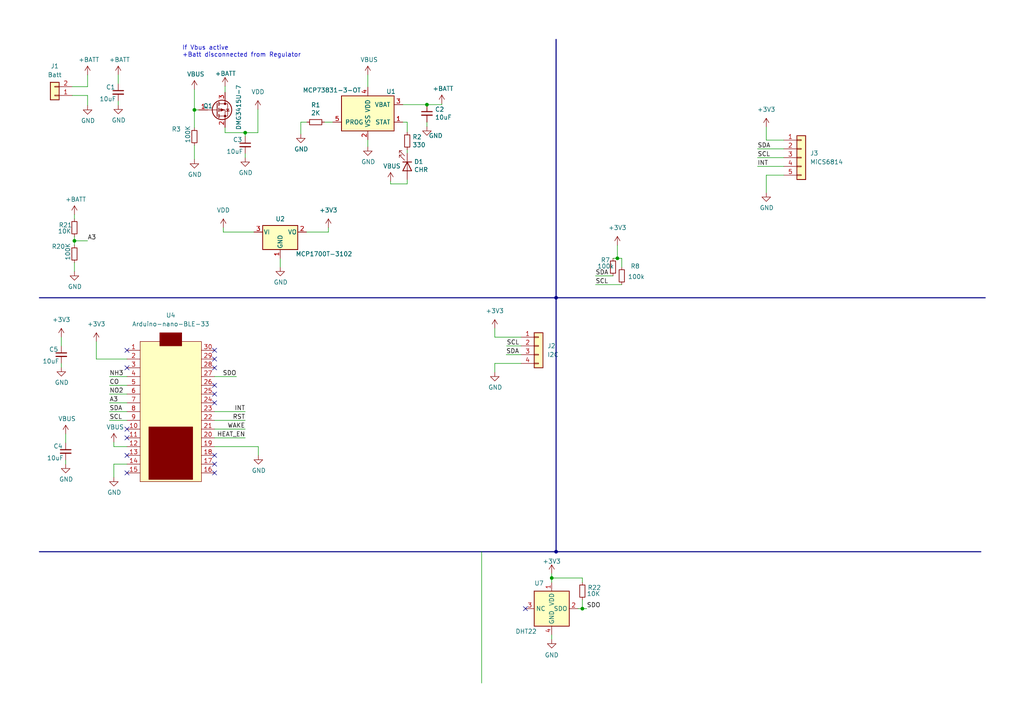
<source format=kicad_sch>
(kicad_sch (version 20231120) (generator "eeschema") (generator_version "8.0")
  (paper "A4")
  (lib_symbols
    (symbol "Bast_WAN-rescue:DMG2301L-Transistor_FET" (pin_names (offset 0) hide)
      (property "Reference" "Q" (at 5.08 1.905 0))
      (property "Value" "DMG2301L-Transistor_FET" (at 5.08 0 0))
      (symbol "DMG2301L-Transistor_FET_0_1"
        (polyline (pts (xy -2.54 0) (xy 0.254 0)))
        (polyline (pts (xy 0.762 -1.778) (xy 2.54 -1.778)))
        (polyline (pts (xy 0.762 -1.27) (xy 0.762 -2.286)) (stroke (width 0.254)))
        (polyline (pts (xy 0.762 0) (xy 2.54 0)))
        (polyline (pts (xy 0.762 0.508) (xy 0.762 -0.508)) (stroke (width 0.254)))
        (polyline (pts (xy 0.762 1.778) (xy 2.54 1.778)))
        (polyline (pts (xy 0.762 2.286) (xy 0.762 1.27)) (stroke (width 0.254)))
        (polyline (pts (xy 2.54 -1.778) (xy 2.54 -2.54)))
        (polyline (pts (xy 2.54 -1.778) (xy 2.54 0)))
        (polyline (pts (xy 2.54 2.54) (xy 2.54 1.778)))
        (polyline (pts (xy 0.254 1.905) (xy 0.254 -1.905) (xy 0.254 -1.905)) (stroke (width 0.254)))
        (polyline (pts (xy 2.286 0) (xy 1.27 -0.381) (xy 1.27 0.381) (xy 2.286 0)) (fill (type outline)))
        (polyline (pts (xy 2.54 -1.778) (xy 3.302 -1.778) (xy 3.302 1.778) (xy 2.54 1.778)))
        (polyline (pts (xy 2.794 -0.508) (xy 2.921 -0.381) (xy 3.683 -0.381) (xy 3.81 -0.254)))
        (polyline (pts (xy 3.302 -0.381) (xy 2.921 0.254) (xy 3.683 0.254) (xy 3.302 -0.381)))
        (circle (center 1.651 0) (radius 2.8194) (stroke (width 0.254)))
        (circle (center 2.54 -1.778) (radius 0.2794) (fill (type outline)))
        (circle (center 2.54 1.778) (radius 0.2794) (fill (type outline)))
      )
      (symbol "DMG2301L-Transistor_FET_1_1"
        (pin input line (at -5.08 0 0) (length 2.54) (name "G") (number "1"))
        (pin passive line (at 2.54 -5.08 90) (length 2.54) (name "S") (number "2"))
        (pin passive line (at 2.54 5.08 270) (length 2.54) (name "D") (number "3"))
      )
    )
    (symbol "Battery_Management:MCP73831-3-OT" (pin_names (offset 1.016))
      (property "Reference" "U" (at -7.62 6.35 0))
      (property "Value" "MCP73831-3-OT" (at 1.27 6.35 0))
      (symbol "MCP73831-3-OT_0_1"
        (rectangle (start -7.62 5.08) (end 7.62 -5.08) (stroke (width 0.254)) (fill (type background)))
      )
      (symbol "MCP73831-3-OT_1_1"
        (pin output line (at 10.16 -2.54 180) (length 2.54) (name "STAT") (number "1"))
        (pin power_in line (at 0 -7.62 90) (length 2.54) (name "VSS") (number "2"))
        (pin power_out line (at 10.16 2.54 180) (length 2.54) (name "VBAT") (number "3"))
        (pin power_in line (at 0 7.62 270) (length 2.54) (name "VDD") (number "4"))
        (pin input line (at -10.16 -2.54 0) (length 2.54) (name "PROG") (number "5"))
      )
    )
    (symbol "Connector_Generic:Conn_01x02" (pin_names (offset 1.016) hide)
      (property "Reference" "J" (at 0 2.54 0))
      (property "Value" "Conn_01x02" (at 0 -5.08 0))
      (symbol "Conn_01x02_1_1"
        (rectangle (start -1.27 -2.413) (end 0 -2.667) (stroke (width 0.1524)))
        (rectangle (start -1.27 0.127) (end 0 -0.127) (stroke (width 0.1524)))
        (rectangle (start -1.27 1.27) (end 1.27 -3.81) (stroke (width 0.254)) (fill (type background)))
        (pin passive line (at -5.08 0 0) (length 3.81) (name "Pin_1") (number "1"))
        (pin passive line (at -5.08 -2.54 0) (length 3.81) (name "Pin_2") (number "2"))
      )
    )
    (symbol "Connector_Generic:Conn_01x04" (pin_names (offset 1.016) hide)
      (property "Reference" "J" (at 0 5.08 0))
      (property "Value" "Conn_01x04" (at 0 -7.62 0))
      (symbol "Conn_01x04_1_1"
        (rectangle (start -1.27 -4.953) (end 0 -5.207) (stroke (width 0.1524)))
        (rectangle (start -1.27 -2.413) (end 0 -2.667) (stroke (width 0.1524)))
        (rectangle (start -1.27 0.127) (end 0 -0.127) (stroke (width 0.1524)))
        (rectangle (start -1.27 2.667) (end 0 2.413) (stroke (width 0.1524)))
        (rectangle (start -1.27 3.81) (end 1.27 -6.35) (stroke (width 0.254)) (fill (type background)))
        (pin passive line (at -5.08 2.54 0) (length 3.81) (name "Pin_1") (number "1"))
        (pin passive line (at -5.08 0 0) (length 3.81) (name "Pin_2") (number "2"))
        (pin passive line (at -5.08 -2.54 0) (length 3.81) (name "Pin_3") (number "3"))
        (pin passive line (at -5.08 -5.08 0) (length 3.81) (name "Pin_4") (number "4"))
      )
    )
    (symbol "Connector_Generic:Conn_01x05" (pin_names (offset 1.016) hide)
      (property "Reference" "J" (at 0 7.62 0))
      (property "Value" "Conn_01x05" (at 0 -7.62 0))
      (symbol "Conn_01x05_1_1"
        (rectangle (start -1.27 -4.953) (end 0 -5.207) (stroke (width 0.1524)))
        (rectangle (start -1.27 -2.413) (end 0 -2.667) (stroke (width 0.1524)))
        (rectangle (start -1.27 0.127) (end 0 -0.127) (stroke (width 0.1524)))
        (rectangle (start -1.27 2.667) (end 0 2.413) (stroke (width 0.1524)))
        (rectangle (start -1.27 5.207) (end 0 4.953) (stroke (width 0.1524)))
        (rectangle (start -1.27 6.35) (end 1.27 -6.35) (stroke (width 0.254)) (fill (type background)))
        (pin passive line (at -5.08 5.08 0) (length 3.81) (name "Pin_1") (number "1"))
        (pin passive line (at -5.08 2.54 0) (length 3.81) (name "Pin_2") (number "2"))
        (pin passive line (at -5.08 0 0) (length 3.81) (name "Pin_3") (number "3"))
        (pin passive line (at -5.08 -2.54 0) (length 3.81) (name "Pin_4") (number "4"))
        (pin passive line (at -5.08 -5.08 0) (length 3.81) (name "Pin_5") (number "5"))
      )
    )
    (symbol "Device:C_Small" (pin_numbers hide) (pin_names (offset 0.254) hide)
      (property "Reference" "C" (at 0.254 1.778 0))
      (property "Value" "C_Small" (at 0.254 -2.032 0))
      (symbol "C_Small_0_1"
        (polyline (pts (xy -1.524 -0.508) (xy 1.524 -0.508)) (stroke (width 0.3302)))
        (polyline (pts (xy -1.524 0.508) (xy 1.524 0.508)) (stroke (width 0.3048)))
      )
      (symbol "C_Small_1_1"
        (pin passive line (at 0 2.54 270) (length 2.032) (name "~") (number "1"))
        (pin passive line (at 0 -2.54 90) (length 2.032) (name "~") (number "2"))
      )
    )
    (symbol "Device:LED" (pin_numbers hide) (pin_names (offset 1.016) hide)
      (property "Reference" "D" (at 0 2.54 0))
      (property "Value" "LED" (at 0 -2.54 0))
      (symbol "LED_0_1"
        (polyline (pts (xy -1.27 -1.27) (xy -1.27 1.27)) (stroke (width 0.254)))
        (polyline (pts (xy -1.27 0) (xy 1.27 0)))
        (polyline (pts (xy 1.27 -1.27) (xy 1.27 1.27) (xy -1.27 0) (xy 1.27 -1.27)) (stroke (width 0.254)))
        (polyline (pts (xy -3.048 -0.762) (xy -4.572 -2.286) (xy -3.81 -2.286) (xy -4.572 -2.286) (xy -4.572 -1.524)))
        (polyline (pts (xy -1.778 -0.762) (xy -3.302 -2.286) (xy -2.54 -2.286) (xy -3.302 -2.286) (xy -3.302 -1.524)))
      )
      (symbol "LED_1_1"
        (pin passive line (at -3.81 0 0) (length 2.54) (name "K") (number "1"))
        (pin passive line (at 3.81 0 180) (length 2.54) (name "A") (number "2"))
      )
    )
    (symbol "Device:R_Small" (pin_numbers hide) (pin_names (offset 0.254) hide)
      (property "Reference" "R" (at 0.762 0.508 0))
      (property "Value" "R_Small" (at 0.762 -1.016 0))
      (symbol "R_Small_0_1"
        (rectangle (start -0.762 1.778) (end 0.762 -1.778) (stroke (width 0.2032)))
      )
      (symbol "R_Small_1_1"
        (pin passive line (at 0 2.54 270) (length 0.762) (name "~") (number "1"))
        (pin passive line (at 0 -2.54 90) (length 0.762) (name "~") (number "2"))
      )
    )
    (symbol "Regulator_Linear:MCP1700-3302E_SOT23" (pin_names (offset 0.254))
      (property "Reference" "U" (at -3.81 3.175 0))
      (property "Value" "MCP1700-3302E_SOT23" (at 0 3.175 0))
      (symbol "MCP1700-3302E_SOT23_0_1"
        (rectangle (start -5.08 1.905) (end 5.08 -5.08) (stroke (width 0.254)) (fill (type background)))
      )
      (symbol "MCP1700-3302E_SOT23_1_1"
        (pin power_in line (at 0 -7.62 90) (length 2.54) (name "GND") (number "1"))
        (pin power_out line (at 7.62 0 180) (length 2.54) (name "VO") (number "2"))
        (pin power_in line (at -7.62 0 0) (length 2.54) (name "VI") (number "3"))
      )
    )
    (symbol "Sensor:AM2302"
      (property "Reference" "U7" (at -6.35 1.2701 0))
      (property "Value" "DHT22" (at -6.35 -1.2699 0))
      (symbol "AM2302_0_1"
        (rectangle (start -5.08 5.08) (end 5.08 -5.08) (stroke (width 0.254)) (fill (type background)))
      )
      (symbol "AM2302_1_1"
        (pin power_in line (at 0 7.62 270) (length 2.54) (name "VDD") (number "1"))
        (pin bidirectional line (at 7.62 0 180) (length 2.54) (name "SDO") (number "2"))
        (pin power_in line (at -7.62 0 0) (length 2.54) (name "NC") (number "3"))
        (pin passive line (at 0 -7.62 90) (length 2.54) (name "GND") (number "4"))
      )
    )
    (symbol "hack-it-back:Arduino-nano-BLE-33" (pin_names (offset 1.016) hide)
      (property "Reference" "U" (at 0 24.765 0))
      (property "Value" "Arduino-nano-BLE-33" (at 1.27 -22.86 0))
      (symbol "Arduino-nano-BLE-33_0_1"
        (rectangle (start -8.89 -20.32) (end 8.89 20.32) (fill (type background)))
        (rectangle (start -3.175 22.86) (end 3.175 19.05) (fill (type outline)))
        (rectangle (start 6.35 -19.685) (end -6.35 -4.445) (fill (type outline)))
      )
      (symbol "Arduino-nano-BLE-33_1_1"
        (pin passive line (at -12.7 17.78 0) (length 3.81) (name "1") (number "1"))
        (pin passive line (at -12.7 -5.08 0) (length 3.81) (name "10") (number "10"))
        (pin passive line (at -12.7 -7.62 0) (length 3.81) (name "11") (number "11"))
        (pin passive line (at -12.7 -10.16 0) (length 3.81) (name "12") (number "12"))
        (pin passive line (at -12.7 -12.7 0) (length 3.81) (name "13") (number "13"))
        (pin passive line (at -12.7 -15.24 0) (length 3.81) (name "14") (number "14"))
        (pin passive line (at -12.7 -17.78 0) (length 3.81) (name "15") (number "15"))
        (pin passive line (at 12.7 -17.78 180) (length 3.81) (name "16") (number "16"))
        (pin passive line (at 12.7 -15.24 180) (length 3.81) (name "17") (number "17"))
        (pin passive line (at 12.7 -12.7 180) (length 3.81) (name "18") (number "18"))
        (pin passive line (at 12.7 -10.16 180) (length 3.81) (name "19") (number "19"))
        (pin passive line (at -12.7 15.24 0) (length 3.81) (name "2") (number "2"))
        (pin passive line (at 12.7 -7.62 180) (length 3.81) (name "20") (number "20"))
        (pin passive line (at 12.7 -5.08 180) (length 3.81) (name "21") (number "21"))
        (pin passive line (at 12.7 -2.54 180) (length 3.81) (name "22") (number "22"))
        (pin passive line (at 12.7 0 180) (length 3.81) (name "23") (number "23"))
        (pin passive line (at 12.7 2.54 180) (length 3.81) (name "24") (number "24"))
        (pin passive line (at 12.7 5.08 180) (length 3.81) (name "25") (number "25"))
        (pin passive line (at 12.7 7.62 180) (length 3.81) (name "26") (number "26"))
        (pin passive line (at 12.7 10.16 180) (length 3.81) (name "27") (number "27"))
        (pin passive line (at 12.7 12.7 180) (length 3.81) (name "28") (number "28"))
        (pin passive line (at 12.7 15.24 180) (length 3.81) (name "29") (number "29"))
        (pin passive line (at -12.7 12.7 0) (length 3.81) (name "3") (number "3"))
        (pin passive line (at 12.7 17.78 180) (length 3.81) (name "30") (number "30"))
        (pin passive line (at -12.7 10.16 0) (length 3.81) (name "4") (number "4"))
        (pin passive line (at -12.7 7.62 0) (length 3.81) (name "5") (number "5"))
        (pin passive line (at -12.7 5.08 0) (length 3.81) (name "6") (number "6"))
        (pin passive line (at -12.7 2.54 0) (length 3.81) (name "7") (number "7"))
        (pin passive line (at -12.7 0 0) (length 3.81) (name "8") (number "8"))
        (pin passive line (at -12.7 -2.54 0) (length 3.81) (name "9") (number "9"))
      )
    )
    (symbol "power:+3.3V" (power) (pin_names (offset 0))
      (property "Value" "+3.3V" (at 0 3.556 0))
      (symbol "+3.3V_0_1"
        (polyline (pts (xy -0.762 1.27) (xy 0 2.54)))
        (polyline (pts (xy 0 0) (xy 0 2.54)))
        (polyline (pts (xy 0 2.54) (xy 0.762 1.27)))
      )
      (symbol "+3.3V_1_1"
        (pin power_in line (at 0 0 90) (length 0) hide (name "+3V3") (number "1"))
      )
    )
    (symbol "power:+3V3" (power) (pin_names (offset 0))
      (property "Value" "+3V3" (at 0 3.556 0))
      (symbol "+3V3_0_1"
        (polyline (pts (xy -0.762 1.27) (xy 0 2.54)))
        (polyline (pts (xy 0 0) (xy 0 2.54)))
        (polyline (pts (xy 0 2.54) (xy 0.762 1.27)))
      )
      (symbol "+3V3_1_1"
        (pin power_in line (at 0 0 90) (length 0) hide (name "+3V3") (number "1"))
      )
    )
    (symbol "power:+BATT" (power) (pin_names (offset 0))
      (property "Value" "+BATT" (at 0 3.556 0))
      (symbol "+BATT_0_1"
        (polyline (pts (xy -0.762 1.27) (xy 0 2.54)))
        (polyline (pts (xy 0 0) (xy 0 2.54)))
        (polyline (pts (xy 0 2.54) (xy 0.762 1.27)))
      )
      (symbol "+BATT_1_1"
        (pin power_in line (at 0 0 90) (length 0) hide (name "+BATT") (number "1"))
      )
    )
    (symbol "power:GND" (power) (pin_names (offset 0))
      (property "Value" "GND" (at 0 -3.81 0))
      (symbol "GND_0_1"
        (polyline (pts (xy 0 0) (xy 0 -1.27) (xy 1.27 -1.27) (xy 0 -2.54) (xy -1.27 -1.27) (xy 0 -1.27)))
      )
      (symbol "GND_1_1"
        (pin power_in line (at 0 0 270) (length 0) hide (name "GND") (number "1"))
      )
    )
    (symbol "power:VBUS" (power) (pin_names (offset 0))
      (property "Value" "VBUS" (at 0 3.81 0))
      (symbol "VBUS_0_1"
        (polyline (pts (xy -0.762 1.27) (xy 0 2.54)))
        (polyline (pts (xy 0 0) (xy 0 2.54)))
        (polyline (pts (xy 0 2.54) (xy 0.762 1.27)))
      )
      (symbol "VBUS_1_1"
        (pin power_in line (at 0 0 90) (length 0) hide (name "VBUS") (number "1"))
      )
    )
    (symbol "power:VDD" (power) (pin_names (offset 0))
      (property "Value" "VDD" (at 0 3.81 0))
      (symbol "VDD_0_1"
        (polyline (pts (xy -0.762 1.27) (xy 0 2.54)))
        (polyline (pts (xy 0 0) (xy 0 2.54)))
        (polyline (pts (xy 0 2.54) (xy 0.762 1.27)))
      )
      (symbol "VDD_1_1"
        (pin power_in line (at 0 0 90) (length 0) hide (name "VDD") (number "1"))
      )
    )
  )
  (junction (at 168.91 176.53))
  (junction (at 161.29 160.02))
  (junction (at 160.02 167.64))
  (junction (at 56.388 31.877))
  (junction (at 71.12 38.481))
  (junction (at 179.07 74.93))
  (junction (at 21.59 69.85))
  (junction (at 123.825 30.353))
  (junction (at 161.29 86.36))
  (no_connect (at 36.83 127))
  (no_connect (at 62.23 104.14))
  (no_connect (at 62.23 114.3))
  (no_connect (at 36.83 124.46))
  (no_connect (at 62.23 137.16))
  (no_connect (at 62.23 132.08))
  (no_connect (at 36.83 101.6))
  (no_connect (at 36.83 137.16))
  (no_connect (at 62.23 106.68))
  (no_connect (at 36.83 132.08))
  (no_connect (at 36.83 106.68))
  (no_connect (at 62.23 101.6))
  (no_connect (at 152.4 176.53))
  (no_connect (at 62.23 134.62))
  (no_connect (at 62.23 111.76))
  (no_connect (at 62.23 116.84))
  (wire (pts (xy 95.25 67.31) (xy 88.9 67.31)))
  (wire (pts (xy 118.11 35.433) (xy 118.11 38.354)))
  (wire (pts (xy 170.18 176.53) (xy 168.91 176.53)))
  (wire (pts (xy 160.02 167.64) (xy 168.91 167.64)))
  (wire (pts (xy 96.52 35.433) (xy 94.107 35.433)))
  (wire (pts (xy 180.34 77.47) (xy 180.34 74.93)))
  (wire (pts (xy 19.05 133.477) (xy 19.05 134.62)))
  (wire (pts (xy 116.84 30.353) (xy 123.825 30.353)))
  (wire (pts (xy 65.278 38.481) (xy 65.278 36.957)))
  (wire (pts (xy 21.59 69.85) (xy 21.59 71.12)))
  (wire (pts (xy 143.51 105.41) (xy 151.13 105.41)))
  (wire (pts (xy 33.02 134.62) (xy 33.02 138.43)))
  (wire (pts (xy 36.83 134.62) (xy 33.02 134.62)))
  (wire (pts (xy 89.027 35.433) (xy 87.249 35.433)))
  (wire (pts (xy 56.388 31.877) (xy 56.388 25.908)))
  (wire (pts (xy 143.51 97.79) (xy 151.13 97.79)))
  (wire (pts (xy 146.939 100.33) (xy 151.13 100.33)))
  (wire (pts (xy 81.28 74.93) (xy 81.28 77.47)))
  (wire (pts (xy 56.388 42.164) (xy 56.388 46.228)))
  (wire (pts (xy 71.12 121.92) (xy 62.23 121.92)))
  (wire (pts (xy 33.02 129.54) (xy 36.83 129.54)))
  (wire (pts (xy 219.71 48.26) (xy 227.33 48.26)))
  (wire (pts (xy 118.11 53.34) (xy 113.284 53.34)))
  (wire (pts (xy 71.12 119.38) (xy 62.23 119.38)))
  (wire (pts (xy 71.12 44.577) (xy 71.12 45.72)))
  (wire (pts (xy 118.11 44.45) (xy 118.11 43.434)))
  (wire (pts (xy 27.94 99.06) (xy 27.94 104.14)))
  (wire (pts (xy 168.91 176.53) (xy 167.64 176.53)))
  (wire (pts (xy 118.11 52.07) (xy 118.11 53.34)))
  (bus (pts (xy 161.29 160.02) (xy 284.48 160.02)))
  (wire (pts (xy 65.278 26.797) (xy 65.278 25.019)))
  (wire (pts (xy 64.77 67.31) (xy 73.66 67.31)))
  (wire (pts (xy 62.23 129.54) (xy 74.93 129.54)))
  (wire (pts (xy 21.59 62.23) (xy 21.59 63.5)))
  (wire (pts (xy 123.825 30.353) (xy 128.143 30.353)))
  (wire (pts (xy 222.25 40.64) (xy 222.25 36.83)))
  (wire (pts (xy 106.68 40.513) (xy 106.68 42.545)))
  (wire (pts (xy 21.59 68.58) (xy 21.59 69.85)))
  (wire (pts (xy 71.12 124.46) (xy 62.23 124.46)))
  (wire (pts (xy 179.07 74.93) (xy 177.8 74.93)))
  (wire (pts (xy 31.75 111.76) (xy 36.83 111.76)))
  (wire (pts (xy 31.75 109.22) (xy 36.83 109.22)))
  (wire (pts (xy 160.02 167.64) (xy 160.02 168.91)))
  (wire (pts (xy 123.825 35.433) (xy 123.825 36.703)))
  (wire (pts (xy 74.803 31.7246) (xy 74.803 38.481)))
  (bus (pts (xy 161.29 11.43) (xy 161.29 86.36)))
  (bus (pts (xy 161.29 86.36) (xy 285.75 86.36)))
  (wire (pts (xy 172.72 80.01) (xy 177.8 80.01)))
  (wire (pts (xy 143.51 95.25) (xy 143.51 97.79)))
  (wire (pts (xy 74.93 129.54) (xy 74.93 132.08)))
  (wire (pts (xy 34.29 21.717) (xy 34.29 24.257)))
  (wire (pts (xy 139.7 160.02) (xy 139.7 198.12)))
  (wire (pts (xy 56.388 31.877) (xy 56.388 37.084)))
  (wire (pts (xy 222.25 50.8) (xy 227.33 50.8)))
  (wire (pts (xy 160.02 166.37) (xy 160.02 167.64)))
  (wire (pts (xy 227.33 40.64) (xy 222.25 40.64)))
  (wire (pts (xy 219.71 43.18) (xy 227.33 43.18)))
  (wire (pts (xy 71.12 39.497) (xy 71.12 38.481)))
  (bus (pts (xy 11.43 160.02) (xy 161.29 160.02)))
  (wire (pts (xy 95.25 66.04) (xy 95.25 67.31)))
  (wire (pts (xy 27.94 104.14) (xy 36.83 104.14)))
  (wire (pts (xy 31.75 121.92) (xy 36.83 121.92)))
  (wire (pts (xy 25.4 27.686) (xy 20.955 27.686)))
  (wire (pts (xy 71.12 127) (xy 62.23 127)))
  (wire (pts (xy 31.75 119.38) (xy 36.83 119.38)))
  (wire (pts (xy 71.12 38.481) (xy 65.278 38.481)))
  (bus (pts (xy 161.29 160.02) (xy 161.29 86.36)))
  (wire (pts (xy 34.29 29.337) (xy 34.29 30.48)))
  (wire (pts (xy 172.72 82.55) (xy 180.34 82.55)))
  (wire (pts (xy 87.249 35.433) (xy 87.249 38.862)))
  (wire (pts (xy 17.78 105.41) (xy 17.78 106.553)))
  (wire (pts (xy 21.59 76.2) (xy 21.59 78.74)))
  (wire (pts (xy 19.05 125.857) (xy 19.05 128.397)))
  (wire (pts (xy 25.4 25.146) (xy 25.4 21.717)))
  (wire (pts (xy 71.12 38.481) (xy 74.803 38.481)))
  (wire (pts (xy 57.658 31.877) (xy 56.388 31.877)))
  (wire (pts (xy 31.75 114.3) (xy 36.83 114.3)))
  (wire (pts (xy 64.77 66.04) (xy 64.77 67.31)))
  (wire (pts (xy 219.71 45.72) (xy 227.33 45.72)))
  (wire (pts (xy 17.78 97.79) (xy 17.78 100.33)))
  (bus (pts (xy 11.43 86.36) (xy 161.29 86.36)))
  (wire (pts (xy 146.812 102.87) (xy 151.13 102.87)))
  (wire (pts (xy 68.58 109.22) (xy 62.23 109.22)))
  (wire (pts (xy 180.34 74.93) (xy 179.07 74.93)))
  (wire (pts (xy 25.4 30.607) (xy 25.4 27.686)))
  (wire (pts (xy 128.143 30.353) (xy 128.143 30.099)))
  (wire (pts (xy 116.84 35.433) (xy 118.11 35.433)))
  (wire (pts (xy 143.51 107.95) (xy 143.51 105.41)))
  (wire (pts (xy 168.91 173.99) (xy 168.91 176.53)))
  (wire (pts (xy 33.02 128.27) (xy 33.02 129.54)))
  (wire (pts (xy 168.91 168.91) (xy 168.91 167.64)))
  (wire (pts (xy 31.75 116.84) (xy 36.83 116.84)))
  (wire (pts (xy 160.02 185.42) (xy 160.02 184.15)))
  (wire (pts (xy 222.25 55.88) (xy 222.25 50.8)))
  (wire (pts (xy 113.284 53.34) (xy 113.284 52.578)))
  (wire (pts (xy 179.07 71.12) (xy 179.07 74.93)))
  (wire (pts (xy 106.68 25.273) (xy 106.68 21.717)))
  (wire (pts (xy 21.59 69.85) (xy 25.4 69.85)))
  (wire (pts (xy 20.955 25.146) (xy 25.4 25.146)))
  (text "If Vbus active\n+Batt disconnected from Regulator" (at 52.832 16.764 0) (effects (font (size 1.27 1.27)) (justify left bottom)))
  (label "NO2" (at 31.75 114.3 0))
  (label "INT" (at 219.71 48.26 0))
  (label "SDA" (at 172.72 80.01 0))
  (label "HEAT_EN" (at 71.12 127 180))
  (label "A3" (at 31.75 116.84 0))
  (label "SCL" (at 172.72 82.55 0))
  (label "SDA" (at 31.75 119.38 0))
  (label "SCL" (at 31.75 121.92 0))
  (label "WAKE" (at 71.12 124.46 180))
  (label "A3" (at 25.4 69.85 0))
  (label "RST" (at 71.12 121.92 180))
  (label "SCL" (at 219.71 45.72 0))
  (label "SDA" (at 146.812 102.87 0))
  (label "SDO" (at 170.18 176.53 0))
  (label "NH3" (at 31.75 109.22 0))
  (label "SDO" (at 68.58 109.22 180))
  (label "CO" (at 31.75 111.76 0))
  (label "SDA" (at 219.71 43.18 0))
  (label "SCL" (at 146.939 100.33 0))
  (label "INT" (at 71.12 119.38 180))
  (symbol (lib_id "power:GND") (at 81.28 77.47 0) (unit 1)
    (property "Reference" "#PWR017" (effects (hide yes)))
    (property "Value" "GND" (at 81.407 81.8642 0))
  )
  (symbol (lib_id "Device:C_Small") (at 19.05 130.937 0) (unit 1)
    (property "Reference" "C4" (at 15.494 129.413 0) (effects (justify left)))
    (property "Value" "10uF" (at 13.589 132.842 0) (effects (justify left)))
    (property "Footprint" "Capacitor_SMD:C_0805_2012Metric" (effects (hide yes)))
    (property "manf#" "KGM21AR71A106KU " (effects (hide yes)))
    (property "proveedor" "Mouser" (effects (hide yes)))
  )
  (symbol (lib_id "power:GND") (at 222.25 55.88 0) (unit 1)
    (property "Reference" "#PWR035" (effects (hide yes)))
    (property "Value" "GND" (at 222.377 60.2742 0))
  )
  (symbol (lib_id "Device:R_Small") (at 180.34 80.01 0) (unit 1)
    (property "Reference" "R8" (at 182.88 77.216 0) (effects (justify left)))
    (property "Value" "100k" (at 182.118 80.264 0) (effects (justify left)))
    (property "Footprint" "Resistor_SMD:R_0805_2012Metric" (effects (hide yes)))
    (property "Description" "Resistor, small symbol" (effects (hide yes)))
    (property "manf#" "CRCW0805100KJNECC" (effects (hide yes)))
    (property "proveedor" "Mouser" (effects (hide yes)))
  )
  (symbol (lib_id "power:GND") (at 71.12 45.72 0) (unit 1)
    (property "Reference" "#PWR014" (effects (hide yes)))
    (property "Value" "GND" (at 71.247 50.1142 0))
  )
  (symbol (lib_id "power:GND") (at 33.02 138.43 0) (unit 1)
    (property "Reference" "#PWR026" (effects (hide yes)))
    (property "Value" "GND" (at 33.147 142.8242 0))
  )
  (symbol (lib_id "power:+BATT") (at 34.29 21.717 0) (unit 1)
    (property "Reference" "#PWR04" (effects (hide yes)))
    (property "Value" "+BATT" (at 34.671 17.3228 0))
  )
  (symbol (lib_id "power:+3.3V") (at 17.78 97.79 0) (unit 1)
    (property "Reference" "#PWR023" (effects (hide yes)))
    (property "Value" "+3V3" (at 17.78 92.71 0))
  )
  (symbol (lib_id "power:+3.3V") (at 179.07 71.12 0) (unit 1)
    (property "Reference" "#PWR025" (effects (hide yes)))
    (property "Value" "+3V3" (at 179.07 66.04 0))
  )
  (symbol (lib_id "Regulator_Linear:MCP1700-3302E_SOT23") (at 81.28 67.31 0) (unit 1)
    (property "Reference" "U2" (at 81.28 63.5 0))
    (property "Value" "MCP1700T-3102" (at 93.98 73.66 0))
    (property "Footprint" "Package_TO_SOT_SMD:SOT-23" (effects (hide yes)))
    (property "Datasheet" "http://ww1.microchip.com/downloads/en/DeviceDoc/20001826D.pdf" (effects (hide yes)))
    (property "manf#" "MCP1700T-3102E/TT" (effects (hide yes)))
    (property "proveedor" "Mouser" (effects (hide yes)))
  )
  (symbol (lib_id "power:+3V3") (at 160.02 166.37 0) (mirror y) (unit 1)
    (property "Reference" "#PWR058" (effects (hide yes)))
    (property "Value" "+3V3" (at 160.02 162.814 0))
  )
  (symbol (lib_id "Device:R_Small") (at 21.59 66.04 0) (unit 1)
    (property "Reference" "R21" (at 17.018 65.278 0) (effects (justify left)))
    (property "Value" "10K" (at 16.764 67.056 0) (effects (justify left)))
    (property "Footprint" "Resistor_SMD:R_0805_2012Metric" (effects (hide yes)))
    (property "Description" "Resistor, small symbol" (effects (hide yes)))
    (property "manf#" "RK73B2ATTE103J" (effects (hide yes)))
    (property "proveedor" "Mouser" (effects (hide yes)))
  )
  (symbol (lib_id "power:+BATT") (at 21.59 62.23 0) (unit 1)
    (property "Reference" "#PWR050" (effects (hide yes)))
    (property "Value" "+BATT" (at 21.971 57.8358 0))
  )
  (symbol (lib_id "power:+3.3V") (at 222.25 36.83 0) (unit 1)
    (property "Reference" "#PWR034" (effects (hide yes)))
    (property "Value" "+3V3" (at 222.25 31.75 0))
  )
  (symbol (lib_id "power:+BATT") (at 25.4 21.717 0) (unit 1)
    (property "Reference" "#PWR02" (effects (hide yes)))
    (property "Value" "+BATT" (at 25.781 17.3228 0))
  )
  (symbol (lib_id "power:GND") (at 87.249 38.862 0) (unit 1)
    (property "Reference" "#PWR01" (effects (hide yes)))
    (property "Value" "GND" (at 87.376 43.2562 0))
  )
  (symbol (lib_id "power:GND") (at 34.29 30.48 0) (unit 1)
    (property "Reference" "#PWR05" (effects (hide yes)))
    (property "Value" "GND" (at 34.417 34.8742 0))
  )
  (symbol (lib_id "Device:C_Small") (at 17.78 102.87 0) (unit 1)
    (property "Reference" "C5" (at 14.224 101.346 0) (effects (justify left)))
    (property "Value" "10uF" (at 12.319 104.775 0) (effects (justify left)))
    (property "Footprint" "Capacitor_SMD:C_0805_2012Metric" (effects (hide yes)))
    (property "manf#" "KGM21AR71A106KU " (effects (hide yes)))
    (property "proveedor" "Mouser" (effects (hide yes)))
  )
  (symbol (lib_id "power:VBUS") (at 56.388 25.908 0) (unit 1)
    (property "Reference" "#PWR09" (effects (hide yes)))
    (property "Value" "VBUS" (at 56.769 21.5138 0))
  )
  (symbol (lib_id "power:+3.3V") (at 27.94 99.06 0) (unit 1)
    (property "Reference" "#PWR028" (effects (hide yes)))
    (property "Value" "+3V3" (at 27.94 93.98 0))
  )
  (symbol (lib_id "power:GND") (at 17.78 106.553 0) (unit 1)
    (property "Reference" "#PWR024" (effects (hide yes)))
    (property "Value" "GND" (at 17.907 110.9472 0))
  )
  (symbol (lib_id "Device:R_Small") (at 168.91 171.45 0) (unit 1)
    (property "Reference" "R22" (at 170.434 170.434 0) (effects (justify left)))
    (property "Value" "10K" (at 170.18 172.212 0) (effects (justify left)))
    (property "Footprint" "Resistor_SMD:R_0805_2012Metric" (effects (hide yes)))
    (property "Description" "Resistor, small symbol" (effects (hide yes)))
    (property "manf#" "RK73B2ATTE103J" (effects (hide yes)))
    (property "proveedor" "Mouser" (effects (hide yes)))
  )
  (symbol (lib_id "Device:R_Small") (at 118.11 40.894 0) (unit 1)
    (property "Reference" "R2" (at 119.6086 39.7256 0) (effects (justify left)))
    (property "Value" "330" (at 119.6086 42.037 0) (effects (justify left)))
    (property "Footprint" "Resistor_SMD:R_0805_2012Metric" (effects (hide yes)))
    (property "manf#" "MR08X3300FTL" (effects (hide yes)))
    (property "proveedor" "Mouser" (effects (hide yes)))
  )
  (symbol (lib_id "Sensor:AM2302") (at 160.02 176.53 0) (unit 1)
    (property "Reference" "U7" (at 157.734 169.164 0) (effects (justify right)))
    (property "Value" "DHT22" (at 155.702 183.134 0) (effects (justify right)))
    (property "Footprint" "Sensor:ASAIR_AM2302_P2.54mm_Vertical" (effects (hide yes)))
    (property "Datasheet" "http://akizukidenshi.com/download/ds/aosong/AM2302.pdf" (effects (hide yes)))
    (property "Description" "3.3 to 5.0V, Temperature and humidity module,  DHT22, AM2302" (effects (hide yes)))
    (property "manf#" "SEN-10167" (effects (hide yes)))
    (property "proveedor" "Mouser" (effects (hide yes)))
  )
  (symbol (lib_id "power:GND") (at 106.68 42.545 0) (unit 1)
    (property "Reference" "#PWR07" (effects (hide yes)))
    (property "Value" "GND" (at 106.807 46.9392 0))
  )
  (symbol (lib_id "power:VDD") (at 74.803 31.7246 0) (unit 1)
    (property "Reference" "#PWR015" (effects (hide yes)))
    (property "Value" "VDD" (at 74.803 26.6446 0))
  )
  (symbol (lib_id "power:+3.3V") (at 143.51 95.25 0) (unit 1)
    (property "Reference" "#PWR018" (effects (hide yes)))
    (property "Value" "+3V3" (at 143.51 90.17 0))
  )
  (symbol (lib_id "Bast_WAN-rescue:DMG2301L-Transistor_FET") (at 62.738 31.877 0) (unit 1)
    (property "Reference" "Q1" (at 58.928 30.734 0) (effects (justify left)))
    (property "Value" "DMG3415U-7" (at 69.215 37.719 90) (effects (justify left)))
    (property "Footprint" "Package_TO_SOT_SMD:SOT-23" (effects (hide yes)))
    (property "Datasheet" "https://www.diodes.com/assets/Datasheets/DMG2301L.pdf" (effects (hide yes)))
    (property "manf#" "DMG3415UQ-7" (effects (hide yes)))
    (property "proveedor" "Mouser" (effects (hide yes)))
  )
  (symbol (lib_id "Connector_Generic:Conn_01x02") (at 15.875 27.686 180) (unit 1)
    (property "Reference" "J1" (at 15.875 19.177 0))
    (property "Value" "Batt" (at 15.875 21.717 0))
    (property "Footprint" "sense_board:JST_S2B-PH-SM4-TB(LF)(SN)" (effects (hide yes)))
  )
  (symbol (lib_id "power:VBUS") (at 106.68 21.717 0) (unit 1)
    (property "Reference" "#PWR06" (effects (hide yes)))
    (property "Value" "VBUS" (at 107.061 17.3228 0))
  )
  (symbol (lib_id "power:GND") (at 160.02 185.42 0) (mirror y) (unit 1)
    (property "Reference" "#PWR057" (effects (hide yes)))
    (property "Value" "GND" (at 160.02 189.992 0))
  )
  (symbol (lib_id "power:VBUS") (at 19.05 125.857 0) (unit 1)
    (property "Reference" "#PWR021" (effects (hide yes)))
    (property "Value" "VBUS" (at 19.431 121.4628 0))
  )
  (symbol (lib_id "Device:R_Small") (at 177.8 77.47 0) (unit 1)
    (property "Reference" "R7" (at 174.244 75.438 0) (effects (justify left)))
    (property "Value" "100k" (at 173.228 77.216 0) (effects (justify left)))
    (property "Footprint" "Resistor_SMD:R_0805_2012Metric" (effects (hide yes)))
    (property "Description" "Resistor, small symbol" (effects (hide yes)))
    (property "manf#" "CRCW0805100KJNECC" (effects (hide yes)))
    (property "proveedor" "Mouser" (effects (hide yes)))
  )
  (symbol (lib_id "power:VBUS") (at 33.02 128.27 0) (unit 1)
    (property "Reference" "#PWR027" (effects (hide yes)))
    (property "Value" "VBUS" (at 33.401 123.8758 0))
  )
  (symbol (lib_id "Connector_Generic:Conn_01x05") (at 232.41 45.72 0) (unit 1)
    (property "Reference" "J3" (at 234.95 44.4499 0) (effects (justify left)))
    (property "Value" "MiCS6814" (at 234.95 46.9899 0) (effects (justify left)))
    (property "Footprint" "Connector_PinHeader_2.54mm:PinHeader_1x05_P2.54mm_Vertical" (effects (hide yes)))
    (property "Description" "Generic connector, single row, 01x05, script generated (kicad-library-utils/schlib/autogen/connector/)" (effects (hide yes)))
  )
  (symbol (lib_id "power:VDD") (at 64.77 66.04 0) (unit 1)
    (property "Reference" "#PWR016" (effects (hide yes)))
    (property "Value" "VDD" (at 64.77 60.96 0))
  )
  (symbol (lib_id "power:GND") (at 19.05 134.62 0) (unit 1)
    (property "Reference" "#PWR022" (effects (hide yes)))
    (property "Value" "GND" (at 19.177 139.0142 0))
  )
  (symbol (lib_id "Device:C_Small") (at 123.825 32.893 0) (unit 1)
    (property "Reference" "C2" (at 126.1618 31.7246 0) (effects (justify left)))
    (property "Value" "10uF" (at 126.1618 34.036 0) (effects (justify left)))
    (property "Footprint" "Capacitor_SMD:C_0805_2012Metric" (effects (hide yes)))
    (property "manf#" "KGM21AR71A106KU " (effects (hide yes)))
    (property "proveedor" "Mouser" (effects (hide yes)))
  )
  (symbol (lib_id "Device:R_Small") (at 56.388 39.624 0) (unit 1)
    (property "Reference" "R3" (at 49.784 37.465 0) (effects (justify left)))
    (property "Value" "100K" (at 54.483 41.529 90) (effects (justify left)))
    (property "Footprint" "Resistor_SMD:R_0805_2012Metric" (effects (hide yes)))
    (property "manf#" "CRCW0805100KJNECC" (effects (hide yes)))
    (property "proveedor" "Mouser" (effects (hide yes)))
  )
  (symbol (lib_id "power:GND") (at 25.4 30.607 0) (unit 1)
    (property "Reference" "#PWR03" (effects (hide yes)))
    (property "Value" "GND" (at 25.527 35.0012 0))
  )
  (symbol (lib_id "Device:R_Small") (at 21.59 73.66 0) (unit 1)
    (property "Reference" "R20" (at 14.986 71.501 0) (effects (justify left)))
    (property "Value" "100K" (at 19.685 75.565 90) (effects (justify left)))
    (property "Footprint" "Resistor_SMD:R_0805_2012Metric" (effects (hide yes)))
    (property "manf#" "CRCW0805100KJNECC" (effects (hide yes)))
    (property "proveedor" "Mouser" (effects (hide yes)))
  )
  (symbol (lib_id "Battery_Management:MCP73831-3-OT") (at 106.68 32.893 0) (unit 1)
    (property "Reference" "U1" (at 113.411 26.543 0))
    (property "Value" "MCP73831-3-OT" (at 96.266 26.162 0))
    (property "Footprint" "Package_TO_SOT_SMD:SOT-23-5" (effects (hide yes)))
    (property "Datasheet" "http://ww1.microchip.com/downloads/en/DeviceDoc/20001984g.pdf" (effects (hide yes)))
    (property "manf#" "MCP73831T-5ACI/OT" (effects (hide yes)))
    (property "proveedor" "Mouser" (effects (hide yes)))
  )
  (symbol (lib_id "Device:R_Small") (at 91.567 35.433 270) (unit 1)
    (property "Reference" "R1" (at 91.567 30.4546 90))
    (property "Value" "2K" (at 91.567 32.766 90))
    (property "Footprint" "Resistor_SMD:R_0805_2012Metric" (effects (hide yes)))
    (property "manf#" "RMC1/10K2001DTP " (effects (hide yes)))
    (property "proveedor" "Mouser" (effects (hide yes)))
  )
  (symbol (lib_id "power:GND") (at 123.825 36.703 0) (unit 1)
    (property "Reference" "#PWR011" (effects (hide yes)))
    (property "Value" "GND" (at 126.365 39.37 0))
  )
  (symbol (lib_id "hack-it-back:Arduino-nano-BLE-33") (at 49.53 119.38 0) (unit 1)
    (property "Reference" "U4" (at 49.53 91.44 0))
    (property "Value" "Arduino-nano-BLE-33" (at 49.53 93.98 0))
    (property "Footprint" "sense_board:NANO_33_Footprint_SMD_Castell" (effects (hide yes)))
  )
  (symbol (lib_id "power:GND") (at 143.51 107.95 0) (unit 1)
    (property "Reference" "#PWR019" (effects (hide yes)))
    (property "Value" "GND" (at 143.637 112.3442 0))
  )
  (symbol (lib_id "power:+BATT") (at 65.278 25.019 0) (unit 1)
    (property "Reference" "#PWR012" (effects (hide yes)))
    (property "Value" "+BATT" (at 65.405 21.336 0))
  )
  (symbol (lib_id "power:GND") (at 74.93 132.08 0) (unit 1)
    (property "Reference" "#PWR032" (effects (hide yes)))
    (property "Value" "GND" (at 75.057 136.4742 0))
  )
  (symbol (lib_id "power:GND") (at 21.59 78.74 0) (unit 1)
    (property "Reference" "#PWR056" (effects (hide yes)))
    (property "Value" "GND" (at 21.717 83.1342 0))
  )
  (symbol (lib_id "Device:C_Small") (at 71.12 42.037 0) (unit 1)
    (property "Reference" "C3" (at 67.564 40.513 0) (effects (justify left)))
    (property "Value" "10uF" (at 65.659 43.942 0) (effects (justify left)))
    (property "Footprint" "Capacitor_SMD:C_0805_2012Metric" (effects (hide yes)))
    (property "manf#" "KGM21AR71A106KU " (effects (hide yes)))
    (property "proveedor" "Mouser" (effects (hide yes)))
  )
  (symbol (lib_id "power:VBUS") (at 113.284 52.578 0) (unit 1)
    (property "Reference" "#PWR08" (effects (hide yes)))
    (property "Value" "VBUS" (at 113.665 48.1838 0))
  )
  (symbol (lib_id "Device:LED") (at 118.11 48.26 270) (unit 1)
    (property "Reference" "D1" (at 120.0912 46.9138 90) (effects (justify left)))
    (property "Value" "CHR" (at 120.0912 49.2252 90) (effects (justify left)))
    (property "Footprint" "LED_SMD:LED_0805_2012Metric_Pad1.15x1.40mm_HandSolder" (effects (hide yes)))
    (property "manf#" "APT2012QGW" (effects (hide yes)))
    (property "proveedor" "Mouser" (effects (hide yes)))
  )
  (symbol (lib_id "power:GND") (at 56.388 46.228 0) (unit 1)
    (property "Reference" "#PWR010" (effects (hide yes)))
    (property "Value" "GND" (at 56.515 50.6222 0))
  )
  (symbol (lib_id "power:+BATT") (at 128.143 30.099 0) (unit 1)
    (property "Reference" "#PWR013" (effects (hide yes)))
    (property "Value" "+BATT" (at 128.524 25.7048 0))
  )
  (symbol (lib_id "Device:C_Small") (at 34.29 26.797 0) (unit 1)
    (property "Reference" "C1" (at 30.734 25.273 0) (effects (justify left)))
    (property "Value" "10uF" (at 28.829 28.702 0) (effects (justify left)))
    (property "Footprint" "Capacitor_SMD:C_0805_2012Metric" (effects (hide yes)))
    (property "manf#" "KGM21AR71A106KU " (effects (hide yes)))
    (property "proveedor" "Mouser" (effects (hide yes)))
  )
  (symbol (lib_id "Connector_Generic:Conn_01x04") (at 156.21 100.33 0) (unit 1)
    (property "Reference" "J2" (at 158.75 100.3299 0) (effects (justify left)))
    (property "Value" "I2C" (at 158.75 102.8699 0) (effects (justify left)))
    (property "Footprint" "Connector_PinHeader_2.54mm:PinHeader_1x04_P2.54mm_Vertical" (effects (hide yes)))
  )
  (symbol (lib_id "power:+3.3V") (at 95.25 66.04 0) (unit 1)
    (property "Reference" "#PWR020" (effects (hide yes)))
    (property "Value" "+3V3" (at 95.25 60.96 0))
  )
)
</source>
